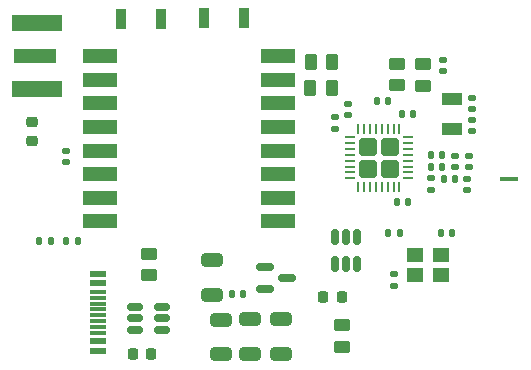
<source format=gbr>
%TF.GenerationSoftware,KiCad,Pcbnew,(6.0.1)*%
%TF.CreationDate,2023-03-02T19:10:53-05:00*%
%TF.ProjectId,PCBFiles_Gateway,50434246-696c-4657-935f-476174657761,rev?*%
%TF.SameCoordinates,Original*%
%TF.FileFunction,Paste,Top*%
%TF.FilePolarity,Positive*%
%FSLAX46Y46*%
G04 Gerber Fmt 4.6, Leading zero omitted, Abs format (unit mm)*
G04 Created by KiCad (PCBNEW (6.0.1)) date 2023-03-02 19:10:53*
%MOMM*%
%LPD*%
G01*
G04 APERTURE LIST*
G04 Aperture macros list*
%AMRoundRect*
0 Rectangle with rounded corners*
0 $1 Rounding radius*
0 $2 $3 $4 $5 $6 $7 $8 $9 X,Y pos of 4 corners*
0 Add a 4 corners polygon primitive as box body*
4,1,4,$2,$3,$4,$5,$6,$7,$8,$9,$2,$3,0*
0 Add four circle primitives for the rounded corners*
1,1,$1+$1,$2,$3*
1,1,$1+$1,$4,$5*
1,1,$1+$1,$6,$7*
1,1,$1+$1,$8,$9*
0 Add four rect primitives between the rounded corners*
20,1,$1+$1,$2,$3,$4,$5,0*
20,1,$1+$1,$4,$5,$6,$7,0*
20,1,$1+$1,$6,$7,$8,$9,0*
20,1,$1+$1,$8,$9,$2,$3,0*%
G04 Aperture macros list end*
%ADD10RoundRect,0.225000X0.250000X-0.225000X0.250000X0.225000X-0.250000X0.225000X-0.250000X-0.225000X0*%
%ADD11RoundRect,0.250000X-0.650000X0.325000X-0.650000X-0.325000X0.650000X-0.325000X0.650000X0.325000X0*%
%ADD12RoundRect,0.140000X-0.170000X0.140000X-0.170000X-0.140000X0.170000X-0.140000X0.170000X0.140000X0*%
%ADD13R,3.000000X1.300000*%
%ADD14RoundRect,0.135000X-0.135000X-0.185000X0.135000X-0.185000X0.135000X0.185000X-0.135000X0.185000X0*%
%ADD15R,3.600000X1.270000*%
%ADD16R,4.200000X1.350000*%
%ADD17RoundRect,0.225000X0.225000X0.250000X-0.225000X0.250000X-0.225000X-0.250000X0.225000X-0.250000X0*%
%ADD18R,1.520000X0.400000*%
%ADD19RoundRect,0.140000X0.170000X-0.140000X0.170000X0.140000X-0.170000X0.140000X-0.170000X-0.140000X0*%
%ADD20RoundRect,0.147500X-0.147500X-0.172500X0.147500X-0.172500X0.147500X0.172500X-0.147500X0.172500X0*%
%ADD21RoundRect,0.218750X-0.218750X-0.256250X0.218750X-0.256250X0.218750X0.256250X-0.218750X0.256250X0*%
%ADD22RoundRect,0.140000X-0.140000X-0.170000X0.140000X-0.170000X0.140000X0.170000X-0.140000X0.170000X0*%
%ADD23RoundRect,0.250000X0.495000X0.495000X-0.495000X0.495000X-0.495000X-0.495000X0.495000X-0.495000X0*%
%ADD24RoundRect,0.062500X0.337500X0.062500X-0.337500X0.062500X-0.337500X-0.062500X0.337500X-0.062500X0*%
%ADD25RoundRect,0.062500X0.062500X0.337500X-0.062500X0.337500X-0.062500X-0.337500X0.062500X-0.337500X0*%
%ADD26R,0.900000X1.700000*%
%ADD27R,1.800000X1.000000*%
%ADD28RoundRect,0.150000X-0.587500X-0.150000X0.587500X-0.150000X0.587500X0.150000X-0.587500X0.150000X0*%
%ADD29RoundRect,0.150000X-0.512500X-0.150000X0.512500X-0.150000X0.512500X0.150000X-0.512500X0.150000X0*%
%ADD30RoundRect,0.150000X-0.150000X0.512500X-0.150000X-0.512500X0.150000X-0.512500X0.150000X0.512500X0*%
%ADD31RoundRect,0.250000X-0.450000X0.262500X-0.450000X-0.262500X0.450000X-0.262500X0.450000X0.262500X0*%
%ADD32RoundRect,0.135000X0.135000X0.185000X-0.135000X0.185000X-0.135000X-0.185000X0.135000X-0.185000X0*%
%ADD33R,1.400000X1.200000*%
%ADD34RoundRect,0.147500X0.147500X0.172500X-0.147500X0.172500X-0.147500X-0.172500X0.147500X-0.172500X0*%
%ADD35RoundRect,0.250000X0.650000X-0.325000X0.650000X0.325000X-0.650000X0.325000X-0.650000X-0.325000X0*%
%ADD36R,1.450000X0.600000*%
%ADD37R,1.450000X0.300000*%
%ADD38RoundRect,0.250000X-0.262500X-0.450000X0.262500X-0.450000X0.262500X0.450000X-0.262500X0.450000X0*%
G04 APERTURE END LIST*
D10*
%TO.C,D2*%
X127980000Y-93775000D03*
X127980000Y-92225000D03*
%TD*%
D11*
%TO.C,C4*%
X149020000Y-108885000D03*
X149020000Y-111835000D03*
%TD*%
D12*
%TO.C,C15*%
X161780000Y-96980000D03*
X161780000Y-97940000D03*
%TD*%
D13*
%TO.C,U4*%
X148770000Y-100620000D03*
X148770000Y-98620000D03*
X148770000Y-96620000D03*
X148770000Y-94620000D03*
X148770000Y-92620000D03*
X148770000Y-90620000D03*
X148770000Y-88620000D03*
X148770000Y-86620000D03*
X133770000Y-86620000D03*
X133770000Y-88620000D03*
X133770000Y-90620000D03*
X133770000Y-92620000D03*
X133770000Y-94620000D03*
X133770000Y-96620000D03*
X133770000Y-98620000D03*
X133770000Y-100620000D03*
%TD*%
D14*
%TO.C,R7*%
X158090000Y-101570000D03*
X159110000Y-101570000D03*
%TD*%
D15*
%TO.C,J2*%
X128232500Y-86610000D03*
D16*
X128432500Y-89435000D03*
X128432500Y-83785000D03*
%TD*%
D17*
%TO.C,D1*%
X154185000Y-107000000D03*
X152635000Y-107000000D03*
%TD*%
D18*
%TO.C,AE1*%
X168370000Y-96990000D03*
%TD*%
D19*
%TO.C,C6*%
X163810000Y-96020000D03*
X163810000Y-95060000D03*
%TD*%
D20*
%TO.C,L1*%
X144885000Y-106780000D03*
X145855000Y-106780000D03*
%TD*%
D21*
%TO.C,F1*%
X136512500Y-111860000D03*
X138087500Y-111860000D03*
%TD*%
D20*
%TO.C,L3*%
X162820000Y-96985000D03*
X163790000Y-96985000D03*
%TD*%
D22*
%TO.C,C8*%
X159260000Y-91520000D03*
X160220000Y-91520000D03*
%TD*%
D23*
%TO.C,U3*%
X158260000Y-94300000D03*
X156410000Y-94300000D03*
X156410000Y-96150000D03*
X158260000Y-96150000D03*
D24*
X159785000Y-96975000D03*
X159785000Y-96475000D03*
X159785000Y-95975000D03*
X159785000Y-95475000D03*
X159785000Y-94975000D03*
X159785000Y-94475000D03*
X159785000Y-93975000D03*
X159785000Y-93475000D03*
D25*
X159085000Y-92775000D03*
X158585000Y-92775000D03*
X158085000Y-92775000D03*
X157585000Y-92775000D03*
X157085000Y-92775000D03*
X156585000Y-92775000D03*
X156085000Y-92775000D03*
X155585000Y-92775000D03*
D24*
X154885000Y-93475000D03*
X154885000Y-93975000D03*
X154885000Y-94475000D03*
X154885000Y-94975000D03*
X154885000Y-95475000D03*
X154885000Y-95975000D03*
X154885000Y-96475000D03*
X154885000Y-96975000D03*
D25*
X155585000Y-97675000D03*
X156085000Y-97675000D03*
X156585000Y-97675000D03*
X157085000Y-97675000D03*
X157585000Y-97675000D03*
X158085000Y-97675000D03*
X158585000Y-97675000D03*
X159085000Y-97675000D03*
%TD*%
D19*
%TO.C,C9*%
X153640000Y-92760000D03*
X153640000Y-91800000D03*
%TD*%
D22*
%TO.C,C19*%
X157180000Y-90450000D03*
X158140000Y-90450000D03*
%TD*%
D19*
%TO.C,C11*%
X154700000Y-91630000D03*
X154700000Y-90670000D03*
%TD*%
D22*
%TO.C,C7*%
X161750000Y-95020000D03*
X162710000Y-95020000D03*
%TD*%
D11*
%TO.C,C3*%
X143950000Y-108925000D03*
X143950000Y-111875000D03*
%TD*%
D26*
%TO.C,SW2*%
X135480000Y-83450000D03*
X138880000Y-83450000D03*
%TD*%
D27*
%TO.C,Y1*%
X163540000Y-92760000D03*
X163540000Y-90260000D03*
%TD*%
D14*
%TO.C,R2*%
X128540000Y-102240000D03*
X129560000Y-102240000D03*
%TD*%
D12*
%TO.C,C14*%
X165210000Y-90130000D03*
X165210000Y-91090000D03*
%TD*%
D28*
%TO.C,U2*%
X147712500Y-104440000D03*
X147712500Y-106340000D03*
X149587500Y-105390000D03*
%TD*%
D29*
%TO.C,U1*%
X136730000Y-107880000D03*
X136730000Y-108830000D03*
X136730000Y-109780000D03*
X139005000Y-109780000D03*
X139005000Y-108830000D03*
X139005000Y-107880000D03*
%TD*%
D12*
%TO.C,C17*%
X158590000Y-105110000D03*
X158590000Y-106070000D03*
%TD*%
%TO.C,C20*%
X130850000Y-94620000D03*
X130850000Y-95580000D03*
%TD*%
D30*
%TO.C,U5*%
X155510000Y-101942500D03*
X154560000Y-101942500D03*
X153610000Y-101942500D03*
X153610000Y-104217500D03*
X154560000Y-104217500D03*
X155510000Y-104217500D03*
%TD*%
D31*
%TO.C,R8*%
X137880000Y-103337500D03*
X137880000Y-105162500D03*
%TD*%
D32*
%TO.C,R1*%
X131850000Y-102240000D03*
X130830000Y-102240000D03*
%TD*%
D19*
%TO.C,C5*%
X164930000Y-96020000D03*
X164930000Y-95060000D03*
%TD*%
%TO.C,C13*%
X165240000Y-93000000D03*
X165240000Y-92040000D03*
%TD*%
%TO.C,C12*%
X162760000Y-87900000D03*
X162760000Y-86940000D03*
%TD*%
D33*
%TO.C,Y2*%
X160400000Y-105120000D03*
X162600000Y-105120000D03*
X162600000Y-103420000D03*
X160400000Y-103420000D03*
%TD*%
D31*
%TO.C,R9*%
X158890000Y-87277500D03*
X158890000Y-89102500D03*
%TD*%
D22*
%TO.C,C10*%
X158870000Y-98940000D03*
X159830000Y-98940000D03*
%TD*%
D31*
%TO.C,R3*%
X154190000Y-109417500D03*
X154190000Y-111242500D03*
%TD*%
D11*
%TO.C,C2*%
X146450000Y-108905000D03*
X146450000Y-111855000D03*
%TD*%
D34*
%TO.C,L2*%
X162725000Y-96020000D03*
X161755000Y-96020000D03*
%TD*%
D35*
%TO.C,C1*%
X143180000Y-106855000D03*
X143180000Y-103905000D03*
%TD*%
D12*
%TO.C,C16*%
X164815000Y-96985000D03*
X164815000Y-97945000D03*
%TD*%
D36*
%TO.C,J1*%
X133535000Y-105070000D03*
X133535000Y-105870000D03*
D37*
X133535000Y-107070000D03*
X133535000Y-108070000D03*
X133535000Y-108570000D03*
X133535000Y-109570000D03*
D36*
X133535000Y-110770000D03*
X133535000Y-111570000D03*
X133535000Y-111570000D03*
X133535000Y-110770000D03*
D37*
X133535000Y-110070000D03*
X133535000Y-109070000D03*
X133535000Y-107570000D03*
X133535000Y-106570000D03*
D36*
X133535000Y-105870000D03*
X133535000Y-105070000D03*
%TD*%
D38*
%TO.C,R6*%
X151557500Y-87160000D03*
X153382500Y-87160000D03*
%TD*%
D31*
%TO.C,R4*%
X161110000Y-87287500D03*
X161110000Y-89112500D03*
%TD*%
D26*
%TO.C,SW1*%
X145950000Y-83430000D03*
X142550000Y-83430000D03*
%TD*%
D22*
%TO.C,C18*%
X162600000Y-101570000D03*
X163560000Y-101570000D03*
%TD*%
D38*
%TO.C,R5*%
X151537500Y-89280000D03*
X153362500Y-89280000D03*
%TD*%
M02*

</source>
